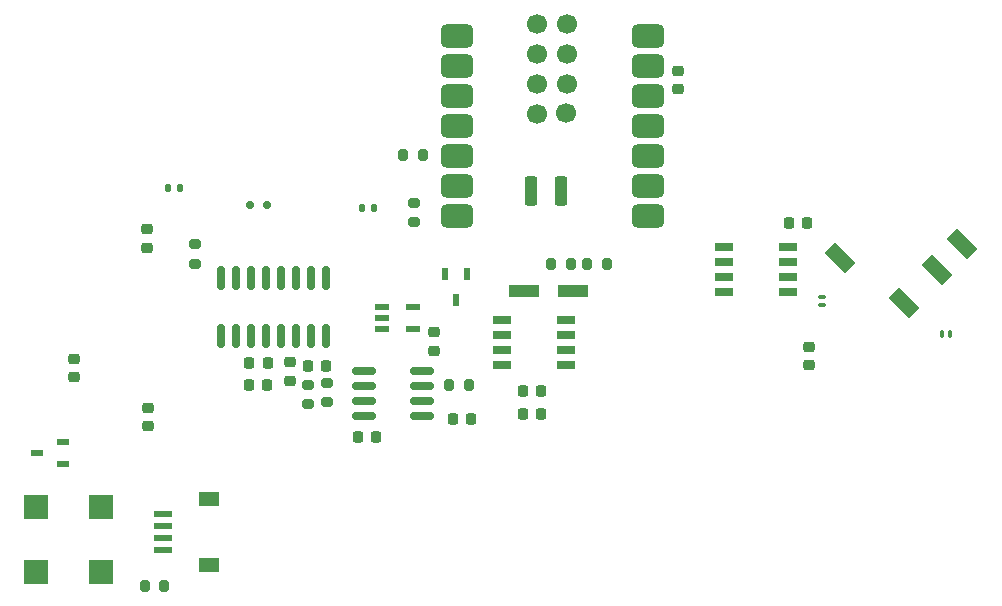
<source format=gbr>
%TF.GenerationSoftware,KiCad,Pcbnew,9.0.6-9.0.6~ubuntu24.04.1*%
%TF.CreationDate,2026-01-18T20:47:33+05:30*%
%TF.ProjectId,WeighingScalePCB,57656967-6869-46e6-9753-63616c655043,rev?*%
%TF.SameCoordinates,Original*%
%TF.FileFunction,Paste,Top*%
%TF.FilePolarity,Positive*%
%FSLAX46Y46*%
G04 Gerber Fmt 4.6, Leading zero omitted, Abs format (unit mm)*
G04 Created by KiCad (PCBNEW 9.0.6-9.0.6~ubuntu24.04.1) date 2026-01-18 20:47:33*
%MOMM*%
%LPD*%
G01*
G04 APERTURE LIST*
G04 Aperture macros list*
%AMRoundRect*
0 Rectangle with rounded corners*
0 $1 Rounding radius*
0 $2 $3 $4 $5 $6 $7 $8 $9 X,Y pos of 4 corners*
0 Add a 4 corners polygon primitive as box body*
4,1,4,$2,$3,$4,$5,$6,$7,$8,$9,$2,$3,0*
0 Add four circle primitives for the rounded corners*
1,1,$1+$1,$2,$3*
1,1,$1+$1,$4,$5*
1,1,$1+$1,$6,$7*
1,1,$1+$1,$8,$9*
0 Add four rect primitives between the rounded corners*
20,1,$1+$1,$2,$3,$4,$5,0*
20,1,$1+$1,$4,$5,$6,$7,0*
20,1,$1+$1,$6,$7,$8,$9,0*
20,1,$1+$1,$8,$9,$2,$3,0*%
%AMRotRect*
0 Rectangle, with rotation*
0 The origin of the aperture is its center*
0 $1 length*
0 $2 width*
0 $3 Rotation angle, in degrees counterclockwise*
0 Add horizontal line*
21,1,$1,$2,0,0,$3*%
G04 Aperture macros list end*
%ADD10RoundRect,0.225000X-0.250000X0.225000X-0.250000X-0.225000X0.250000X-0.225000X0.250000X0.225000X0*%
%ADD11RoundRect,0.225000X-0.225000X-0.250000X0.225000X-0.250000X0.225000X0.250000X-0.225000X0.250000X0*%
%ADD12RoundRect,0.225000X0.225000X0.250000X-0.225000X0.250000X-0.225000X-0.250000X0.225000X-0.250000X0*%
%ADD13RoundRect,0.050000X-0.250000X0.100000X-0.250000X-0.100000X0.250000X-0.100000X0.250000X0.100000X0*%
%ADD14R,0.600000X1.050000*%
%ADD15R,2.580000X1.000000*%
%ADD16RoundRect,0.500000X-0.875000X-0.500000X0.875000X-0.500000X0.875000X0.500000X-0.875000X0.500000X0*%
%ADD17RoundRect,0.275000X-0.275000X0.975000X-0.275000X-0.975000X0.275000X-0.975000X0.275000X0.975000X0*%
%ADD18C,1.700000*%
%ADD19RotRect,1.200000X2.500000X225.000000*%
%ADD20RoundRect,0.200000X-0.200000X-0.275000X0.200000X-0.275000X0.200000X0.275000X-0.200000X0.275000X0*%
%ADD21RoundRect,0.225000X0.250000X-0.225000X0.250000X0.225000X-0.250000X0.225000X-0.250000X-0.225000X0*%
%ADD22R,1.150000X0.600000*%
%ADD23RoundRect,0.200000X0.275000X-0.200000X0.275000X0.200000X-0.275000X0.200000X-0.275000X-0.200000X0*%
%ADD24R,1.050000X0.600000*%
%ADD25RoundRect,0.135000X-0.135000X-0.185000X0.135000X-0.185000X0.135000X0.185000X-0.135000X0.185000X0*%
%ADD26RoundRect,0.050000X-0.100000X-0.250000X0.100000X-0.250000X0.100000X0.250000X-0.100000X0.250000X0*%
%ADD27RoundRect,0.135000X0.135000X0.185000X-0.135000X0.185000X-0.135000X-0.185000X0.135000X-0.185000X0*%
%ADD28RoundRect,0.150000X-0.825000X-0.150000X0.825000X-0.150000X0.825000X0.150000X-0.825000X0.150000X0*%
%ADD29RoundRect,0.200000X-0.275000X0.200000X-0.275000X-0.200000X0.275000X-0.200000X0.275000X0.200000X0*%
%ADD30R,1.550000X0.600000*%
%ADD31R,1.800000X1.200000*%
%ADD32R,1.500000X0.650000*%
%ADD33RoundRect,0.150000X-0.150000X-0.200000X0.150000X-0.200000X0.150000X0.200000X-0.150000X0.200000X0*%
%ADD34R,2.000000X2.000000*%
%ADD35RoundRect,0.150000X0.150000X-0.825000X0.150000X0.825000X-0.150000X0.825000X-0.150000X-0.825000X0*%
%ADD36R,1.525000X0.650000*%
G04 APERTURE END LIST*
D10*
%TO.C,C17*%
X168965000Y-65980000D03*
X168965000Y-67530000D03*
%TD*%
D11*
%TO.C,C10*%
X144735000Y-69680000D03*
X146285000Y-69680000D03*
%TD*%
D12*
%TO.C,C1*%
X128040000Y-67590000D03*
X126490000Y-67590000D03*
%TD*%
D13*
%TO.C,D6*%
X170035000Y-61710000D03*
X170035000Y-62410000D03*
%TD*%
D11*
%TO.C,C8*%
X138780000Y-72090000D03*
X140330000Y-72090000D03*
%TD*%
D14*
%TO.C,IC2*%
X140005000Y-59800000D03*
X138105000Y-59800000D03*
X139055000Y-62000000D03*
%TD*%
D15*
%TO.C,J4*%
X144840000Y-61240000D03*
X149010000Y-61240000D03*
%TD*%
D16*
%TO.C,U1*%
X139140000Y-39630000D03*
X139140000Y-42170000D03*
X139140000Y-44710000D03*
X139140000Y-47250000D03*
X139140000Y-49790000D03*
X139140000Y-52330000D03*
X139140000Y-54870000D03*
X155305000Y-54870000D03*
X155305000Y-52330000D03*
X155305000Y-49790000D03*
X155305000Y-47250000D03*
X155305000Y-44710000D03*
X155305000Y-42170000D03*
X155305000Y-39630000D03*
D17*
X145413600Y-52781700D03*
X147953600Y-52781700D03*
D18*
X145921600Y-38608500D03*
X148461600Y-38608500D03*
X145921600Y-41148500D03*
X148461600Y-41148500D03*
X145921600Y-43688500D03*
X148461600Y-43688500D03*
X145921600Y-46228500D03*
X148369000Y-46171700D03*
%TD*%
D19*
%TO.C,J2*%
X171587486Y-58421320D03*
X176961497Y-62239697D03*
X179789924Y-59411270D03*
X181911245Y-57289949D03*
%TD*%
D20*
%TO.C,R12*%
X138475000Y-69150000D03*
X140125000Y-69150000D03*
%TD*%
%TO.C,R8*%
X134595000Y-49700000D03*
X136245000Y-49700000D03*
%TD*%
%TO.C,R6*%
X147120000Y-58920000D03*
X148770000Y-58920000D03*
%TD*%
D21*
%TO.C,C2*%
X125015000Y-68815000D03*
X125015000Y-67265000D03*
%TD*%
D20*
%TO.C,R13*%
X112690000Y-86200000D03*
X114340000Y-86200000D03*
%TD*%
D22*
%TO.C,U4*%
X132815000Y-62560000D03*
X132815000Y-63510000D03*
X132815000Y-64460000D03*
X135415000Y-64460000D03*
X135415000Y-62560000D03*
%TD*%
D12*
%TO.C,C4*%
X123072500Y-69180000D03*
X121522500Y-69180000D03*
%TD*%
D20*
%TO.C,R9*%
X150160000Y-58920000D03*
X151810000Y-58920000D03*
%TD*%
D23*
%TO.C,R2*%
X128105000Y-70645000D03*
X128105000Y-68995000D03*
%TD*%
%TO.C,R1*%
X126535000Y-70815000D03*
X126535000Y-69165000D03*
%TD*%
D21*
%TO.C,C15*%
X137225000Y-66290000D03*
X137225000Y-64740000D03*
%TD*%
D24*
%TO.C,Q5*%
X105825000Y-75900000D03*
X105825000Y-74000000D03*
X103625000Y-74950000D03*
%TD*%
D25*
%TO.C,R4*%
X114675000Y-52500000D03*
X115695000Y-52500000D03*
%TD*%
D11*
%TO.C,C11*%
X130770000Y-73590000D03*
X132320000Y-73590000D03*
%TD*%
D21*
%TO.C,C6*%
X106695000Y-68515000D03*
X106695000Y-66965000D03*
%TD*%
D26*
%TO.C,D7*%
X180215000Y-64900000D03*
X180915000Y-64900000D03*
%TD*%
D27*
%TO.C,R5*%
X132125000Y-54180000D03*
X131105000Y-54180000D03*
%TD*%
D28*
%TO.C,U3*%
X131250000Y-68002500D03*
X131250000Y-69272500D03*
X131250000Y-70542500D03*
X131250000Y-71812500D03*
X136200000Y-71812500D03*
X136200000Y-70542500D03*
X136200000Y-69272500D03*
X136200000Y-68002500D03*
%TD*%
D21*
%TO.C,C14*%
X112965000Y-72645000D03*
X112965000Y-71095000D03*
%TD*%
D29*
%TO.C,R3*%
X116947500Y-57285000D03*
X116947500Y-58935000D03*
%TD*%
D30*
%TO.C,J6*%
X114263685Y-83130000D03*
X114263685Y-82130000D03*
X114263685Y-81130000D03*
X114263685Y-80130000D03*
D31*
X118138685Y-84430000D03*
X118138685Y-78830000D03*
%TD*%
D21*
%TO.C,C5*%
X157875000Y-44150000D03*
X157875000Y-42600000D03*
%TD*%
D32*
%TO.C,IC3*%
X142945000Y-63715000D03*
X142945000Y-64985000D03*
X142945000Y-66255000D03*
X142945000Y-67525000D03*
X148345000Y-67525000D03*
X148345000Y-66255000D03*
X148345000Y-64985000D03*
X148345000Y-63715000D03*
%TD*%
D33*
%TO.C,D15*%
X123062500Y-53960000D03*
X121662500Y-53960000D03*
%TD*%
D34*
%TO.C,BZ1*%
X108975000Y-79540000D03*
X103475000Y-79540000D03*
X103475000Y-85040000D03*
X108975000Y-85040000D03*
%TD*%
D35*
%TO.C,U2*%
X119170000Y-65045000D03*
X120440000Y-65045000D03*
X121710000Y-65045000D03*
X122980000Y-65045000D03*
X124250000Y-65045000D03*
X125520000Y-65045000D03*
X126790000Y-65045000D03*
X128060000Y-65045000D03*
X128060000Y-60095000D03*
X126790000Y-60095000D03*
X125520000Y-60095000D03*
X124250000Y-60095000D03*
X122980000Y-60095000D03*
X121710000Y-60095000D03*
X120440000Y-60095000D03*
X119170000Y-60095000D03*
%TD*%
D21*
%TO.C,C7*%
X112895000Y-57570000D03*
X112895000Y-56020000D03*
%TD*%
D12*
%TO.C,C9*%
X146270000Y-71670000D03*
X144720000Y-71670000D03*
%TD*%
%TO.C,C18*%
X168810000Y-55500000D03*
X167260000Y-55500000D03*
%TD*%
D36*
%TO.C,IC1*%
X167137000Y-61345000D03*
X167137000Y-60075000D03*
X167137000Y-58805000D03*
X167137000Y-57535000D03*
X161713000Y-57535000D03*
X161713000Y-58805000D03*
X161713000Y-60075000D03*
X161713000Y-61345000D03*
%TD*%
D23*
%TO.C,R7*%
X135465000Y-55395000D03*
X135465000Y-53745000D03*
%TD*%
D12*
%TO.C,C3*%
X123112500Y-67310000D03*
X121562500Y-67310000D03*
%TD*%
M02*

</source>
